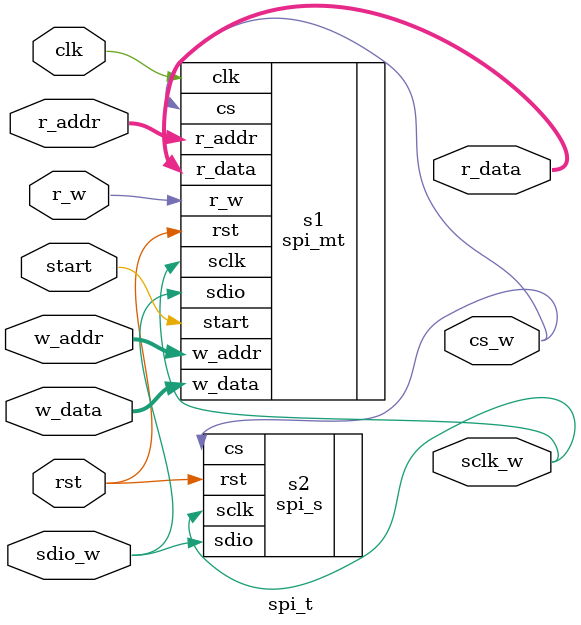
<source format=v>
module spi_t #(parameter a_width=8,d_width=16) (clk,rst,start,r_w,w_addr,w_data,r_addr,r_data,sclk_w,cs_w,sdio_w);
    input clk,rst,start,r_w;
    input [a_width-1:0]w_addr,r_addr;
    input [d_width-1:0]w_data;
    output sclk_w,cs_w;
    inout sdio_w;
    output [d_width-1:0]r_data;
       
    spi_mt s1(.clk(clk),.rst(rst),.start(start),.r_w(r_w),.w_addr(w_addr),.w_data(w_data),.r_addr(r_addr),.r_data(r_data),.sclk(sclk_w),.cs(cs_w),.sdio(sdio_w));
    spi_s s2(.rst(rst),.sclk(sclk_w),.cs(cs_w),.sdio(sdio_w));
   

endmodule

</source>
